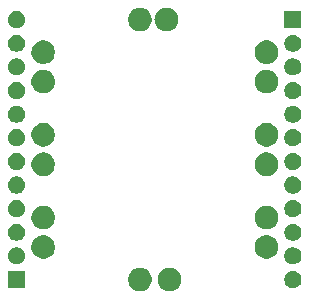
<source format=gbr>
G04 #@! TF.GenerationSoftware,KiCad,Pcbnew,5.1.5-rc1*
G04 #@! TF.CreationDate,2019-11-07T20:29:01+00:00*
G04 #@! TF.ProjectId,substrate_adapter,73756273-7472-4617-9465-5f6164617074,rev?*
G04 #@! TF.SameCoordinates,Original*
G04 #@! TF.FileFunction,Soldermask,Bot*
G04 #@! TF.FilePolarity,Negative*
%FSLAX46Y46*%
G04 Gerber Fmt 4.6, Leading zero omitted, Abs format (unit mm)*
G04 Created by KiCad (PCBNEW 5.1.5-rc1) date 2019-11-07 20:29:01*
%MOMM*%
%LPD*%
G04 APERTURE LIST*
%ADD10C,0.100000*%
G04 APERTURE END LIST*
D10*
G36*
X1541981Y-10037468D02*
G01*
X1724151Y-10112926D01*
X1888100Y-10222473D01*
X2027527Y-10361900D01*
X2137074Y-10525849D01*
X2137075Y-10525851D01*
X2212532Y-10708020D01*
X2251000Y-10901409D01*
X2251000Y-11098591D01*
X2212532Y-11291980D01*
X2141778Y-11462796D01*
X2137074Y-11474151D01*
X2027527Y-11638100D01*
X1888100Y-11777527D01*
X1724151Y-11887074D01*
X1541981Y-11962532D01*
X1445285Y-11981766D01*
X1348591Y-12001000D01*
X1151409Y-12001000D01*
X1054715Y-11981766D01*
X958019Y-11962532D01*
X775849Y-11887074D01*
X611900Y-11777527D01*
X472473Y-11638100D01*
X362926Y-11474151D01*
X358223Y-11462796D01*
X287468Y-11291980D01*
X249000Y-11098591D01*
X249000Y-10901409D01*
X287468Y-10708020D01*
X362925Y-10525851D01*
X362926Y-10525849D01*
X472473Y-10361900D01*
X611900Y-10222473D01*
X775849Y-10112926D01*
X958019Y-10037468D01*
X1151409Y-9999000D01*
X1348591Y-9999000D01*
X1541981Y-10037468D01*
G37*
G36*
X-958019Y-10037468D02*
G01*
X-775849Y-10112926D01*
X-611900Y-10222473D01*
X-472473Y-10361900D01*
X-362926Y-10525849D01*
X-362925Y-10525851D01*
X-287468Y-10708020D01*
X-249000Y-10901409D01*
X-249000Y-11098591D01*
X-287468Y-11291980D01*
X-358222Y-11462796D01*
X-362926Y-11474151D01*
X-472473Y-11638100D01*
X-611900Y-11777527D01*
X-775849Y-11887074D01*
X-958019Y-11962532D01*
X-1054715Y-11981766D01*
X-1151409Y-12001000D01*
X-1348591Y-12001000D01*
X-1445285Y-11981766D01*
X-1541981Y-11962532D01*
X-1724151Y-11887074D01*
X-1888100Y-11777527D01*
X-2027527Y-11638100D01*
X-2137074Y-11474151D01*
X-2141777Y-11462796D01*
X-2212532Y-11291980D01*
X-2251000Y-11098591D01*
X-2251000Y-10901409D01*
X-2212532Y-10708020D01*
X-2137075Y-10525851D01*
X-2137074Y-10525849D01*
X-2027527Y-10361900D01*
X-1888100Y-10222473D01*
X-1724151Y-10112926D01*
X-1541981Y-10037468D01*
X-1348591Y-9999000D01*
X-1151409Y-9999000D01*
X-958019Y-10037468D01*
G37*
G36*
X-10974000Y-11726000D02*
G01*
X-12426000Y-11726000D01*
X-12426000Y-10274000D01*
X-10974000Y-10274000D01*
X-10974000Y-11726000D01*
G37*
G36*
X11911766Y-10301899D02*
G01*
X12043888Y-10356626D01*
X12043890Y-10356627D01*
X12162798Y-10436079D01*
X12263921Y-10537202D01*
X12263922Y-10537204D01*
X12343374Y-10656112D01*
X12398101Y-10788234D01*
X12426000Y-10928494D01*
X12426000Y-11071506D01*
X12398101Y-11211766D01*
X12343374Y-11343888D01*
X12343373Y-11343890D01*
X12263921Y-11462798D01*
X12162798Y-11563921D01*
X12043890Y-11643373D01*
X12043889Y-11643374D01*
X12043888Y-11643374D01*
X11911766Y-11698101D01*
X11771506Y-11726000D01*
X11628494Y-11726000D01*
X11488234Y-11698101D01*
X11356112Y-11643374D01*
X11356111Y-11643374D01*
X11356110Y-11643373D01*
X11237202Y-11563921D01*
X11136079Y-11462798D01*
X11056627Y-11343890D01*
X11056626Y-11343888D01*
X11001899Y-11211766D01*
X10974000Y-11071506D01*
X10974000Y-10928494D01*
X11001899Y-10788234D01*
X11056626Y-10656112D01*
X11136078Y-10537204D01*
X11136079Y-10537202D01*
X11237202Y-10436079D01*
X11356110Y-10356627D01*
X11356112Y-10356626D01*
X11488234Y-10301899D01*
X11628494Y-10274000D01*
X11771506Y-10274000D01*
X11911766Y-10301899D01*
G37*
G36*
X11911766Y-8301899D02*
G01*
X12043888Y-8356626D01*
X12043890Y-8356627D01*
X12162798Y-8436079D01*
X12263921Y-8537202D01*
X12267114Y-8541981D01*
X12343374Y-8656112D01*
X12398101Y-8788234D01*
X12426000Y-8928494D01*
X12426000Y-9071506D01*
X12398101Y-9211766D01*
X12343374Y-9343888D01*
X12343373Y-9343890D01*
X12263921Y-9462798D01*
X12162798Y-9563921D01*
X12043890Y-9643373D01*
X12043889Y-9643374D01*
X12043888Y-9643374D01*
X11911766Y-9698101D01*
X11771506Y-9726000D01*
X11628494Y-9726000D01*
X11488234Y-9698101D01*
X11356112Y-9643374D01*
X11356111Y-9643374D01*
X11356110Y-9643373D01*
X11237202Y-9563921D01*
X11136079Y-9462798D01*
X11056627Y-9343890D01*
X11056626Y-9343888D01*
X11001899Y-9211766D01*
X10974000Y-9071506D01*
X10974000Y-8928494D01*
X11001899Y-8788234D01*
X11056626Y-8656112D01*
X11132886Y-8541981D01*
X11136079Y-8537202D01*
X11237202Y-8436079D01*
X11356110Y-8356627D01*
X11356112Y-8356626D01*
X11488234Y-8301899D01*
X11628494Y-8274000D01*
X11771506Y-8274000D01*
X11911766Y-8301899D01*
G37*
G36*
X-11488234Y-8301899D02*
G01*
X-11356112Y-8356626D01*
X-11356110Y-8356627D01*
X-11237202Y-8436079D01*
X-11136079Y-8537202D01*
X-11132886Y-8541981D01*
X-11056626Y-8656112D01*
X-11001899Y-8788234D01*
X-10974000Y-8928494D01*
X-10974000Y-9071506D01*
X-11001899Y-9211766D01*
X-11056626Y-9343888D01*
X-11056627Y-9343890D01*
X-11136079Y-9462798D01*
X-11237202Y-9563921D01*
X-11356110Y-9643373D01*
X-11356111Y-9643374D01*
X-11356112Y-9643374D01*
X-11488234Y-9698101D01*
X-11628494Y-9726000D01*
X-11771506Y-9726000D01*
X-11911766Y-9698101D01*
X-12043888Y-9643374D01*
X-12043889Y-9643374D01*
X-12043890Y-9643373D01*
X-12162798Y-9563921D01*
X-12263921Y-9462798D01*
X-12343373Y-9343890D01*
X-12343374Y-9343888D01*
X-12398101Y-9211766D01*
X-12426000Y-9071506D01*
X-12426000Y-8928494D01*
X-12398101Y-8788234D01*
X-12343374Y-8656112D01*
X-12267114Y-8541981D01*
X-12263921Y-8537202D01*
X-12162798Y-8436079D01*
X-12043890Y-8356627D01*
X-12043888Y-8356626D01*
X-11911766Y-8301899D01*
X-11771506Y-8274000D01*
X-11628494Y-8274000D01*
X-11488234Y-8301899D01*
G37*
G36*
X9645285Y-7268234D02*
G01*
X9741981Y-7287468D01*
X9870795Y-7340825D01*
X9878195Y-7343890D01*
X9924151Y-7362926D01*
X10088100Y-7472473D01*
X10227527Y-7611900D01*
X10303766Y-7726000D01*
X10337075Y-7775851D01*
X10412532Y-7958020D01*
X10451000Y-8151409D01*
X10451000Y-8348591D01*
X10433597Y-8436079D01*
X10412532Y-8541981D01*
X10337074Y-8724151D01*
X10227527Y-8888100D01*
X10088100Y-9027527D01*
X9924151Y-9137074D01*
X9741981Y-9212532D01*
X9548591Y-9251000D01*
X9351409Y-9251000D01*
X9158019Y-9212532D01*
X8975849Y-9137074D01*
X8811900Y-9027527D01*
X8672473Y-8888100D01*
X8562926Y-8724151D01*
X8487468Y-8541981D01*
X8466403Y-8436079D01*
X8449000Y-8348591D01*
X8449000Y-8151409D01*
X8487468Y-7958020D01*
X8562925Y-7775851D01*
X8596234Y-7726000D01*
X8672473Y-7611900D01*
X8811900Y-7472473D01*
X8975849Y-7362926D01*
X9021806Y-7343890D01*
X9029205Y-7340825D01*
X9158019Y-7287468D01*
X9254715Y-7268234D01*
X9351409Y-7249000D01*
X9548591Y-7249000D01*
X9645285Y-7268234D01*
G37*
G36*
X-9254715Y-7268234D02*
G01*
X-9158019Y-7287468D01*
X-9029205Y-7340825D01*
X-9021805Y-7343890D01*
X-8975849Y-7362926D01*
X-8811900Y-7472473D01*
X-8672473Y-7611900D01*
X-8596234Y-7726000D01*
X-8562925Y-7775851D01*
X-8487468Y-7958020D01*
X-8449000Y-8151409D01*
X-8449000Y-8348591D01*
X-8466403Y-8436079D01*
X-8487468Y-8541981D01*
X-8562926Y-8724151D01*
X-8672473Y-8888100D01*
X-8811900Y-9027527D01*
X-8975849Y-9137074D01*
X-9158019Y-9212532D01*
X-9351409Y-9251000D01*
X-9548591Y-9251000D01*
X-9741981Y-9212532D01*
X-9924151Y-9137074D01*
X-10088100Y-9027527D01*
X-10227527Y-8888100D01*
X-10337074Y-8724151D01*
X-10412532Y-8541981D01*
X-10433597Y-8436079D01*
X-10451000Y-8348591D01*
X-10451000Y-8151409D01*
X-10412532Y-7958020D01*
X-10337075Y-7775851D01*
X-10303766Y-7726000D01*
X-10227527Y-7611900D01*
X-10088100Y-7472473D01*
X-9924151Y-7362926D01*
X-9878194Y-7343890D01*
X-9870795Y-7340825D01*
X-9741981Y-7287468D01*
X-9645285Y-7268234D01*
X-9548591Y-7249000D01*
X-9351409Y-7249000D01*
X-9254715Y-7268234D01*
G37*
G36*
X11911766Y-6301899D02*
G01*
X12043888Y-6356626D01*
X12043890Y-6356627D01*
X12162798Y-6436079D01*
X12263921Y-6537202D01*
X12330654Y-6637075D01*
X12343374Y-6656112D01*
X12398101Y-6788234D01*
X12426000Y-6928494D01*
X12426000Y-7071506D01*
X12398101Y-7211766D01*
X12366744Y-7287468D01*
X12343373Y-7343890D01*
X12263921Y-7462798D01*
X12162798Y-7563921D01*
X12043890Y-7643373D01*
X12043889Y-7643374D01*
X12043888Y-7643374D01*
X11911766Y-7698101D01*
X11771506Y-7726000D01*
X11628494Y-7726000D01*
X11488234Y-7698101D01*
X11356112Y-7643374D01*
X11356111Y-7643374D01*
X11356110Y-7643373D01*
X11237202Y-7563921D01*
X11136079Y-7462798D01*
X11056627Y-7343890D01*
X11033256Y-7287468D01*
X11001899Y-7211766D01*
X10974000Y-7071506D01*
X10974000Y-6928494D01*
X11001899Y-6788234D01*
X11056626Y-6656112D01*
X11069346Y-6637075D01*
X11136079Y-6537202D01*
X11237202Y-6436079D01*
X11356110Y-6356627D01*
X11356112Y-6356626D01*
X11488234Y-6301899D01*
X11628494Y-6274000D01*
X11771506Y-6274000D01*
X11911766Y-6301899D01*
G37*
G36*
X-11488234Y-6301899D02*
G01*
X-11356112Y-6356626D01*
X-11356110Y-6356627D01*
X-11237202Y-6436079D01*
X-11136079Y-6537202D01*
X-11069346Y-6637075D01*
X-11056626Y-6656112D01*
X-11001899Y-6788234D01*
X-10974000Y-6928494D01*
X-10974000Y-7071506D01*
X-11001899Y-7211766D01*
X-11033256Y-7287468D01*
X-11056627Y-7343890D01*
X-11136079Y-7462798D01*
X-11237202Y-7563921D01*
X-11356110Y-7643373D01*
X-11356111Y-7643374D01*
X-11356112Y-7643374D01*
X-11488234Y-7698101D01*
X-11628494Y-7726000D01*
X-11771506Y-7726000D01*
X-11911766Y-7698101D01*
X-12043888Y-7643374D01*
X-12043889Y-7643374D01*
X-12043890Y-7643373D01*
X-12162798Y-7563921D01*
X-12263921Y-7462798D01*
X-12343373Y-7343890D01*
X-12366744Y-7287468D01*
X-12398101Y-7211766D01*
X-12426000Y-7071506D01*
X-12426000Y-6928494D01*
X-12398101Y-6788234D01*
X-12343374Y-6656112D01*
X-12330654Y-6637075D01*
X-12263921Y-6537202D01*
X-12162798Y-6436079D01*
X-12043890Y-6356627D01*
X-12043888Y-6356626D01*
X-11911766Y-6301899D01*
X-11771506Y-6274000D01*
X-11628494Y-6274000D01*
X-11488234Y-6301899D01*
G37*
G36*
X9741981Y-4787468D02*
G01*
X9924151Y-4862926D01*
X10088100Y-4972473D01*
X10227527Y-5111900D01*
X10337074Y-5275849D01*
X10412532Y-5458019D01*
X10431766Y-5554714D01*
X10449402Y-5643373D01*
X10451000Y-5651410D01*
X10451000Y-5848590D01*
X10412532Y-6041981D01*
X10337074Y-6224151D01*
X10227527Y-6388100D01*
X10088100Y-6527527D01*
X9924151Y-6637074D01*
X9924150Y-6637075D01*
X9924149Y-6637075D01*
X9878190Y-6656112D01*
X9741981Y-6712532D01*
X9548591Y-6751000D01*
X9351409Y-6751000D01*
X9158019Y-6712532D01*
X9021810Y-6656112D01*
X8975851Y-6637075D01*
X8975850Y-6637075D01*
X8975849Y-6637074D01*
X8811900Y-6527527D01*
X8672473Y-6388100D01*
X8562926Y-6224151D01*
X8487468Y-6041981D01*
X8449000Y-5848590D01*
X8449000Y-5651410D01*
X8450599Y-5643373D01*
X8468234Y-5554714D01*
X8487468Y-5458019D01*
X8562926Y-5275849D01*
X8672473Y-5111900D01*
X8811900Y-4972473D01*
X8975849Y-4862926D01*
X9158019Y-4787468D01*
X9351409Y-4749000D01*
X9548591Y-4749000D01*
X9741981Y-4787468D01*
G37*
G36*
X-9158019Y-4787468D02*
G01*
X-8975849Y-4862926D01*
X-8811900Y-4972473D01*
X-8672473Y-5111900D01*
X-8562926Y-5275849D01*
X-8487468Y-5458019D01*
X-8468234Y-5554714D01*
X-8450598Y-5643373D01*
X-8449000Y-5651410D01*
X-8449000Y-5848590D01*
X-8487468Y-6041981D01*
X-8562926Y-6224151D01*
X-8672473Y-6388100D01*
X-8811900Y-6527527D01*
X-8975849Y-6637074D01*
X-8975850Y-6637075D01*
X-8975851Y-6637075D01*
X-9021810Y-6656112D01*
X-9158019Y-6712532D01*
X-9351409Y-6751000D01*
X-9548591Y-6751000D01*
X-9741981Y-6712532D01*
X-9878190Y-6656112D01*
X-9924149Y-6637075D01*
X-9924150Y-6637075D01*
X-9924151Y-6637074D01*
X-10088100Y-6527527D01*
X-10227527Y-6388100D01*
X-10337074Y-6224151D01*
X-10412532Y-6041981D01*
X-10451000Y-5848590D01*
X-10451000Y-5651410D01*
X-10449401Y-5643373D01*
X-10431766Y-5554714D01*
X-10412532Y-5458019D01*
X-10337074Y-5275849D01*
X-10227527Y-5111900D01*
X-10088100Y-4972473D01*
X-9924151Y-4862926D01*
X-9741981Y-4787468D01*
X-9548591Y-4749000D01*
X-9351409Y-4749000D01*
X-9158019Y-4787468D01*
G37*
G36*
X11911766Y-4301899D02*
G01*
X12043888Y-4356626D01*
X12043890Y-4356627D01*
X12162798Y-4436079D01*
X12263921Y-4537202D01*
X12263922Y-4537204D01*
X12343374Y-4656112D01*
X12398101Y-4788234D01*
X12426000Y-4928494D01*
X12426000Y-5071506D01*
X12398101Y-5211766D01*
X12343374Y-5343888D01*
X12343373Y-5343890D01*
X12263921Y-5462798D01*
X12162798Y-5563921D01*
X12043890Y-5643373D01*
X12043889Y-5643374D01*
X12043888Y-5643374D01*
X11911766Y-5698101D01*
X11771506Y-5726000D01*
X11628494Y-5726000D01*
X11488234Y-5698101D01*
X11356112Y-5643374D01*
X11356111Y-5643374D01*
X11356110Y-5643373D01*
X11237202Y-5563921D01*
X11136079Y-5462798D01*
X11056627Y-5343890D01*
X11056626Y-5343888D01*
X11001899Y-5211766D01*
X10974000Y-5071506D01*
X10974000Y-4928494D01*
X11001899Y-4788234D01*
X11056626Y-4656112D01*
X11136078Y-4537204D01*
X11136079Y-4537202D01*
X11237202Y-4436079D01*
X11356110Y-4356627D01*
X11356112Y-4356626D01*
X11488234Y-4301899D01*
X11628494Y-4274000D01*
X11771506Y-4274000D01*
X11911766Y-4301899D01*
G37*
G36*
X-11488234Y-4301899D02*
G01*
X-11356112Y-4356626D01*
X-11356110Y-4356627D01*
X-11237202Y-4436079D01*
X-11136079Y-4537202D01*
X-11136078Y-4537204D01*
X-11056626Y-4656112D01*
X-11001899Y-4788234D01*
X-10974000Y-4928494D01*
X-10974000Y-5071506D01*
X-11001899Y-5211766D01*
X-11056626Y-5343888D01*
X-11056627Y-5343890D01*
X-11136079Y-5462798D01*
X-11237202Y-5563921D01*
X-11356110Y-5643373D01*
X-11356111Y-5643374D01*
X-11356112Y-5643374D01*
X-11488234Y-5698101D01*
X-11628494Y-5726000D01*
X-11771506Y-5726000D01*
X-11911766Y-5698101D01*
X-12043888Y-5643374D01*
X-12043889Y-5643374D01*
X-12043890Y-5643373D01*
X-12162798Y-5563921D01*
X-12263921Y-5462798D01*
X-12343373Y-5343890D01*
X-12343374Y-5343888D01*
X-12398101Y-5211766D01*
X-12426000Y-5071506D01*
X-12426000Y-4928494D01*
X-12398101Y-4788234D01*
X-12343374Y-4656112D01*
X-12263922Y-4537204D01*
X-12263921Y-4537202D01*
X-12162798Y-4436079D01*
X-12043890Y-4356627D01*
X-12043888Y-4356626D01*
X-11911766Y-4301899D01*
X-11771506Y-4274000D01*
X-11628494Y-4274000D01*
X-11488234Y-4301899D01*
G37*
G36*
X-11488234Y-2301899D02*
G01*
X-11356112Y-2356626D01*
X-11356110Y-2356627D01*
X-11237202Y-2436079D01*
X-11136079Y-2537202D01*
X-11136078Y-2537204D01*
X-11056626Y-2656112D01*
X-11001899Y-2788234D01*
X-10974000Y-2928494D01*
X-10974000Y-3071506D01*
X-11001899Y-3211766D01*
X-11056626Y-3343888D01*
X-11056627Y-3343890D01*
X-11136079Y-3462798D01*
X-11237202Y-3563921D01*
X-11356110Y-3643373D01*
X-11356111Y-3643374D01*
X-11356112Y-3643374D01*
X-11488234Y-3698101D01*
X-11628494Y-3726000D01*
X-11771506Y-3726000D01*
X-11911766Y-3698101D01*
X-12043888Y-3643374D01*
X-12043889Y-3643374D01*
X-12043890Y-3643373D01*
X-12162798Y-3563921D01*
X-12263921Y-3462798D01*
X-12343373Y-3343890D01*
X-12343374Y-3343888D01*
X-12398101Y-3211766D01*
X-12426000Y-3071506D01*
X-12426000Y-2928494D01*
X-12398101Y-2788234D01*
X-12343374Y-2656112D01*
X-12263922Y-2537204D01*
X-12263921Y-2537202D01*
X-12162798Y-2436079D01*
X-12043890Y-2356627D01*
X-12043888Y-2356626D01*
X-11911766Y-2301899D01*
X-11771506Y-2274000D01*
X-11628494Y-2274000D01*
X-11488234Y-2301899D01*
G37*
G36*
X11911766Y-2301899D02*
G01*
X12043888Y-2356626D01*
X12043890Y-2356627D01*
X12162798Y-2436079D01*
X12263921Y-2537202D01*
X12263922Y-2537204D01*
X12343374Y-2656112D01*
X12398101Y-2788234D01*
X12426000Y-2928494D01*
X12426000Y-3071506D01*
X12398101Y-3211766D01*
X12343374Y-3343888D01*
X12343373Y-3343890D01*
X12263921Y-3462798D01*
X12162798Y-3563921D01*
X12043890Y-3643373D01*
X12043889Y-3643374D01*
X12043888Y-3643374D01*
X11911766Y-3698101D01*
X11771506Y-3726000D01*
X11628494Y-3726000D01*
X11488234Y-3698101D01*
X11356112Y-3643374D01*
X11356111Y-3643374D01*
X11356110Y-3643373D01*
X11237202Y-3563921D01*
X11136079Y-3462798D01*
X11056627Y-3343890D01*
X11056626Y-3343888D01*
X11001899Y-3211766D01*
X10974000Y-3071506D01*
X10974000Y-2928494D01*
X11001899Y-2788234D01*
X11056626Y-2656112D01*
X11136078Y-2537204D01*
X11136079Y-2537202D01*
X11237202Y-2436079D01*
X11356110Y-2356627D01*
X11356112Y-2356626D01*
X11488234Y-2301899D01*
X11628494Y-2274000D01*
X11771506Y-2274000D01*
X11911766Y-2301899D01*
G37*
G36*
X9645285Y-268234D02*
G01*
X9741981Y-287468D01*
X9924151Y-362926D01*
X10088100Y-472473D01*
X10227527Y-611900D01*
X10337074Y-775849D01*
X10412532Y-958019D01*
X10451000Y-1151410D01*
X10451000Y-1348590D01*
X10412532Y-1541981D01*
X10337074Y-1724151D01*
X10227527Y-1888100D01*
X10088100Y-2027527D01*
X9924151Y-2137074D01*
X9741981Y-2212532D01*
X9645285Y-2231766D01*
X9548591Y-2251000D01*
X9351409Y-2251000D01*
X9254715Y-2231766D01*
X9158019Y-2212532D01*
X8975849Y-2137074D01*
X8811900Y-2027527D01*
X8672473Y-1888100D01*
X8562926Y-1724151D01*
X8487468Y-1541981D01*
X8449000Y-1348590D01*
X8449000Y-1151410D01*
X8487468Y-958019D01*
X8562926Y-775849D01*
X8672473Y-611900D01*
X8811900Y-472473D01*
X8975849Y-362926D01*
X9158019Y-287468D01*
X9351409Y-249000D01*
X9548591Y-249000D01*
X9645285Y-268234D01*
G37*
G36*
X-9158019Y-287468D02*
G01*
X-8975849Y-362926D01*
X-8811900Y-472473D01*
X-8672473Y-611900D01*
X-8562926Y-775849D01*
X-8487468Y-958019D01*
X-8449000Y-1151410D01*
X-8449000Y-1348590D01*
X-8487468Y-1541981D01*
X-8562926Y-1724151D01*
X-8672473Y-1888100D01*
X-8811900Y-2027527D01*
X-8975849Y-2137074D01*
X-9158019Y-2212532D01*
X-9254715Y-2231766D01*
X-9351409Y-2251000D01*
X-9548591Y-2251000D01*
X-9645285Y-2231766D01*
X-9741981Y-2212532D01*
X-9924151Y-2137074D01*
X-10088100Y-2027527D01*
X-10227527Y-1888100D01*
X-10337074Y-1724151D01*
X-10412532Y-1541981D01*
X-10451000Y-1348590D01*
X-10451000Y-1151410D01*
X-10412532Y-958019D01*
X-10337074Y-775849D01*
X-10227527Y-611900D01*
X-10088100Y-472473D01*
X-9924151Y-362926D01*
X-9741981Y-287468D01*
X-9645285Y-268234D01*
X-9548591Y-249000D01*
X-9351409Y-249000D01*
X-9158019Y-287468D01*
G37*
G36*
X11911766Y-301899D02*
G01*
X12043888Y-356626D01*
X12043890Y-356627D01*
X12162798Y-436079D01*
X12263921Y-537202D01*
X12313833Y-611901D01*
X12343374Y-656112D01*
X12398101Y-788234D01*
X12426000Y-928494D01*
X12426000Y-1071506D01*
X12398101Y-1211766D01*
X12343374Y-1343888D01*
X12343373Y-1343890D01*
X12263921Y-1462798D01*
X12162798Y-1563921D01*
X12043890Y-1643373D01*
X12043889Y-1643374D01*
X12043888Y-1643374D01*
X11911766Y-1698101D01*
X11771506Y-1726000D01*
X11628494Y-1726000D01*
X11488234Y-1698101D01*
X11356112Y-1643374D01*
X11356111Y-1643374D01*
X11356110Y-1643373D01*
X11237202Y-1563921D01*
X11136079Y-1462798D01*
X11056627Y-1343890D01*
X11056626Y-1343888D01*
X11001899Y-1211766D01*
X10974000Y-1071506D01*
X10974000Y-928494D01*
X11001899Y-788234D01*
X11056626Y-656112D01*
X11086167Y-611901D01*
X11136079Y-537202D01*
X11237202Y-436079D01*
X11356110Y-356627D01*
X11356112Y-356626D01*
X11488234Y-301899D01*
X11628494Y-274000D01*
X11771506Y-274000D01*
X11911766Y-301899D01*
G37*
G36*
X-11488234Y-301899D02*
G01*
X-11356112Y-356626D01*
X-11356110Y-356627D01*
X-11237202Y-436079D01*
X-11136079Y-537202D01*
X-11086167Y-611901D01*
X-11056626Y-656112D01*
X-11001899Y-788234D01*
X-10974000Y-928494D01*
X-10974000Y-1071506D01*
X-11001899Y-1211766D01*
X-11056626Y-1343888D01*
X-11056627Y-1343890D01*
X-11136079Y-1462798D01*
X-11237202Y-1563921D01*
X-11356110Y-1643373D01*
X-11356111Y-1643374D01*
X-11356112Y-1643374D01*
X-11488234Y-1698101D01*
X-11628494Y-1726000D01*
X-11771506Y-1726000D01*
X-11911766Y-1698101D01*
X-12043888Y-1643374D01*
X-12043889Y-1643374D01*
X-12043890Y-1643373D01*
X-12162798Y-1563921D01*
X-12263921Y-1462798D01*
X-12343373Y-1343890D01*
X-12343374Y-1343888D01*
X-12398101Y-1211766D01*
X-12426000Y-1071506D01*
X-12426000Y-928494D01*
X-12398101Y-788234D01*
X-12343374Y-656112D01*
X-12313833Y-611901D01*
X-12263921Y-537202D01*
X-12162798Y-436079D01*
X-12043890Y-356627D01*
X-12043888Y-356626D01*
X-11911766Y-301899D01*
X-11771506Y-274000D01*
X-11628494Y-274000D01*
X-11488234Y-301899D01*
G37*
G36*
X-9254715Y2231766D02*
G01*
X-9158019Y2212532D01*
X-8975849Y2137074D01*
X-8811900Y2027527D01*
X-8672473Y1888100D01*
X-8562926Y1724151D01*
X-8487468Y1541981D01*
X-8449000Y1348590D01*
X-8449000Y1151410D01*
X-8487468Y958019D01*
X-8562926Y775849D01*
X-8672473Y611900D01*
X-8811900Y472473D01*
X-8975849Y362926D01*
X-9158019Y287468D01*
X-9225727Y274000D01*
X-9351409Y249000D01*
X-9548591Y249000D01*
X-9674273Y274000D01*
X-9741981Y287468D01*
X-9924151Y362926D01*
X-10088100Y472473D01*
X-10227527Y611900D01*
X-10337074Y775849D01*
X-10412532Y958019D01*
X-10451000Y1151410D01*
X-10451000Y1348590D01*
X-10412532Y1541981D01*
X-10337074Y1724151D01*
X-10227527Y1888100D01*
X-10088100Y2027527D01*
X-9924151Y2137074D01*
X-9741981Y2212532D01*
X-9645285Y2231766D01*
X-9548591Y2251000D01*
X-9351409Y2251000D01*
X-9254715Y2231766D01*
G37*
G36*
X9645285Y2231766D02*
G01*
X9741981Y2212532D01*
X9924151Y2137074D01*
X10088100Y2027527D01*
X10227527Y1888100D01*
X10337074Y1724151D01*
X10412532Y1541981D01*
X10451000Y1348590D01*
X10451000Y1151410D01*
X10412532Y958019D01*
X10337074Y775849D01*
X10227527Y611900D01*
X10088100Y472473D01*
X9924151Y362926D01*
X9741981Y287468D01*
X9674273Y274000D01*
X9548591Y249000D01*
X9351409Y249000D01*
X9225727Y274000D01*
X9158019Y287468D01*
X8975849Y362926D01*
X8811900Y472473D01*
X8672473Y611900D01*
X8562926Y775849D01*
X8487468Y958019D01*
X8449000Y1151410D01*
X8449000Y1348590D01*
X8487468Y1541981D01*
X8562926Y1724151D01*
X8672473Y1888100D01*
X8811900Y2027527D01*
X8975849Y2137074D01*
X9158019Y2212532D01*
X9254715Y2231766D01*
X9351409Y2251000D01*
X9548591Y2251000D01*
X9645285Y2231766D01*
G37*
G36*
X11911766Y1698101D02*
G01*
X12043888Y1643374D01*
X12043890Y1643373D01*
X12162798Y1563921D01*
X12263921Y1462798D01*
X12343373Y1343890D01*
X12343374Y1343888D01*
X12398101Y1211766D01*
X12426000Y1071506D01*
X12426000Y928494D01*
X12398101Y788234D01*
X12343374Y656112D01*
X12343373Y656110D01*
X12263921Y537202D01*
X12162798Y436079D01*
X12043890Y356627D01*
X12043889Y356626D01*
X12043888Y356626D01*
X11911766Y301899D01*
X11771506Y274000D01*
X11628494Y274000D01*
X11488234Y301899D01*
X11356112Y356626D01*
X11356111Y356626D01*
X11356110Y356627D01*
X11237202Y436079D01*
X11136079Y537202D01*
X11056627Y656110D01*
X11056626Y656112D01*
X11001899Y788234D01*
X10974000Y928494D01*
X10974000Y1071506D01*
X11001899Y1211766D01*
X11056626Y1343888D01*
X11056627Y1343890D01*
X11136079Y1462798D01*
X11237202Y1563921D01*
X11356110Y1643373D01*
X11356112Y1643374D01*
X11488234Y1698101D01*
X11628494Y1726000D01*
X11771506Y1726000D01*
X11911766Y1698101D01*
G37*
G36*
X-11488234Y1698101D02*
G01*
X-11356112Y1643374D01*
X-11356110Y1643373D01*
X-11237202Y1563921D01*
X-11136079Y1462798D01*
X-11056627Y1343890D01*
X-11056626Y1343888D01*
X-11001899Y1211766D01*
X-10974000Y1071506D01*
X-10974000Y928494D01*
X-11001899Y788234D01*
X-11056626Y656112D01*
X-11056627Y656110D01*
X-11136079Y537202D01*
X-11237202Y436079D01*
X-11356110Y356627D01*
X-11356111Y356626D01*
X-11356112Y356626D01*
X-11488234Y301899D01*
X-11628494Y274000D01*
X-11771506Y274000D01*
X-11911766Y301899D01*
X-12043888Y356626D01*
X-12043889Y356626D01*
X-12043890Y356627D01*
X-12162798Y436079D01*
X-12263921Y537202D01*
X-12343373Y656110D01*
X-12343374Y656112D01*
X-12398101Y788234D01*
X-12426000Y928494D01*
X-12426000Y1071506D01*
X-12398101Y1211766D01*
X-12343374Y1343888D01*
X-12343373Y1343890D01*
X-12263921Y1462798D01*
X-12162798Y1563921D01*
X-12043890Y1643373D01*
X-12043888Y1643374D01*
X-11911766Y1698101D01*
X-11771506Y1726000D01*
X-11628494Y1726000D01*
X-11488234Y1698101D01*
G37*
G36*
X11911766Y3698101D02*
G01*
X12043888Y3643374D01*
X12043890Y3643373D01*
X12162798Y3563921D01*
X12263921Y3462798D01*
X12263922Y3462796D01*
X12343374Y3343888D01*
X12398101Y3211766D01*
X12426000Y3071506D01*
X12426000Y2928494D01*
X12398101Y2788234D01*
X12343374Y2656112D01*
X12343373Y2656110D01*
X12263921Y2537202D01*
X12162798Y2436079D01*
X12043890Y2356627D01*
X12043889Y2356626D01*
X12043888Y2356626D01*
X11911766Y2301899D01*
X11771506Y2274000D01*
X11628494Y2274000D01*
X11488234Y2301899D01*
X11356112Y2356626D01*
X11356111Y2356626D01*
X11356110Y2356627D01*
X11237202Y2436079D01*
X11136079Y2537202D01*
X11056627Y2656110D01*
X11056626Y2656112D01*
X11001899Y2788234D01*
X10974000Y2928494D01*
X10974000Y3071506D01*
X11001899Y3211766D01*
X11056626Y3343888D01*
X11136078Y3462796D01*
X11136079Y3462798D01*
X11237202Y3563921D01*
X11356110Y3643373D01*
X11356112Y3643374D01*
X11488234Y3698101D01*
X11628494Y3726000D01*
X11771506Y3726000D01*
X11911766Y3698101D01*
G37*
G36*
X-11488234Y3698101D02*
G01*
X-11356112Y3643374D01*
X-11356110Y3643373D01*
X-11237202Y3563921D01*
X-11136079Y3462798D01*
X-11136078Y3462796D01*
X-11056626Y3343888D01*
X-11001899Y3211766D01*
X-10974000Y3071506D01*
X-10974000Y2928494D01*
X-11001899Y2788234D01*
X-11056626Y2656112D01*
X-11056627Y2656110D01*
X-11136079Y2537202D01*
X-11237202Y2436079D01*
X-11356110Y2356627D01*
X-11356111Y2356626D01*
X-11356112Y2356626D01*
X-11488234Y2301899D01*
X-11628494Y2274000D01*
X-11771506Y2274000D01*
X-11911766Y2301899D01*
X-12043888Y2356626D01*
X-12043889Y2356626D01*
X-12043890Y2356627D01*
X-12162798Y2436079D01*
X-12263921Y2537202D01*
X-12343373Y2656110D01*
X-12343374Y2656112D01*
X-12398101Y2788234D01*
X-12426000Y2928494D01*
X-12426000Y3071506D01*
X-12398101Y3211766D01*
X-12343374Y3343888D01*
X-12263922Y3462796D01*
X-12263921Y3462798D01*
X-12162798Y3563921D01*
X-12043890Y3643373D01*
X-12043888Y3643374D01*
X-11911766Y3698101D01*
X-11771506Y3726000D01*
X-11628494Y3726000D01*
X-11488234Y3698101D01*
G37*
G36*
X11911766Y5698101D02*
G01*
X12043888Y5643374D01*
X12043890Y5643373D01*
X12162798Y5563921D01*
X12263921Y5462798D01*
X12267114Y5458019D01*
X12343374Y5343888D01*
X12398101Y5211766D01*
X12426000Y5071506D01*
X12426000Y4928494D01*
X12398101Y4788234D01*
X12343374Y4656112D01*
X12343373Y4656110D01*
X12263921Y4537202D01*
X12162798Y4436079D01*
X12043890Y4356627D01*
X12043889Y4356626D01*
X12043888Y4356626D01*
X11911766Y4301899D01*
X11771506Y4274000D01*
X11628494Y4274000D01*
X11488234Y4301899D01*
X11356112Y4356626D01*
X11356111Y4356626D01*
X11356110Y4356627D01*
X11237202Y4436079D01*
X11136079Y4537202D01*
X11056627Y4656110D01*
X11056626Y4656112D01*
X11001899Y4788234D01*
X10974000Y4928494D01*
X10974000Y5071506D01*
X11001899Y5211766D01*
X11056626Y5343888D01*
X11132886Y5458019D01*
X11136079Y5462798D01*
X11237202Y5563921D01*
X11356110Y5643373D01*
X11356112Y5643374D01*
X11488234Y5698101D01*
X11628494Y5726000D01*
X11771506Y5726000D01*
X11911766Y5698101D01*
G37*
G36*
X-11488234Y5698101D02*
G01*
X-11356112Y5643374D01*
X-11356110Y5643373D01*
X-11237202Y5563921D01*
X-11136079Y5462798D01*
X-11132886Y5458019D01*
X-11056626Y5343888D01*
X-11001899Y5211766D01*
X-10974000Y5071506D01*
X-10974000Y4928494D01*
X-11001899Y4788234D01*
X-11056626Y4656112D01*
X-11056627Y4656110D01*
X-11136079Y4537202D01*
X-11237202Y4436079D01*
X-11356110Y4356627D01*
X-11356111Y4356626D01*
X-11356112Y4356626D01*
X-11488234Y4301899D01*
X-11628494Y4274000D01*
X-11771506Y4274000D01*
X-11911766Y4301899D01*
X-12043888Y4356626D01*
X-12043889Y4356626D01*
X-12043890Y4356627D01*
X-12162798Y4436079D01*
X-12263921Y4537202D01*
X-12343373Y4656110D01*
X-12343374Y4656112D01*
X-12398101Y4788234D01*
X-12426000Y4928494D01*
X-12426000Y5071506D01*
X-12398101Y5211766D01*
X-12343374Y5343888D01*
X-12267114Y5458019D01*
X-12263921Y5462798D01*
X-12162798Y5563921D01*
X-12043890Y5643373D01*
X-12043888Y5643374D01*
X-11911766Y5698101D01*
X-11771506Y5726000D01*
X-11628494Y5726000D01*
X-11488234Y5698101D01*
G37*
G36*
X9741981Y6712532D02*
G01*
X9870795Y6659175D01*
X9878195Y6656110D01*
X9924151Y6637074D01*
X10088100Y6527527D01*
X10227527Y6388100D01*
X10303766Y6274000D01*
X10337075Y6224149D01*
X10412532Y6041980D01*
X10451000Y5848591D01*
X10451000Y5651409D01*
X10433597Y5563921D01*
X10412532Y5458019D01*
X10337074Y5275849D01*
X10227527Y5111900D01*
X10088100Y4972473D01*
X9924151Y4862926D01*
X9741981Y4787468D01*
X9548591Y4749000D01*
X9351409Y4749000D01*
X9158019Y4787468D01*
X8975849Y4862926D01*
X8811900Y4972473D01*
X8672473Y5111900D01*
X8562926Y5275849D01*
X8487468Y5458019D01*
X8466403Y5563921D01*
X8449000Y5651409D01*
X8449000Y5848591D01*
X8487468Y6041980D01*
X8562925Y6224149D01*
X8596234Y6274000D01*
X8672473Y6388100D01*
X8811900Y6527527D01*
X8975849Y6637074D01*
X9021806Y6656110D01*
X9029205Y6659175D01*
X9158019Y6712532D01*
X9351409Y6751000D01*
X9548591Y6751000D01*
X9741981Y6712532D01*
G37*
G36*
X-9158019Y6712532D02*
G01*
X-9029205Y6659175D01*
X-9021805Y6656110D01*
X-8975849Y6637074D01*
X-8811900Y6527527D01*
X-8672473Y6388100D01*
X-8596234Y6274000D01*
X-8562925Y6224149D01*
X-8487468Y6041980D01*
X-8449000Y5848591D01*
X-8449000Y5651409D01*
X-8466403Y5563921D01*
X-8487468Y5458019D01*
X-8562926Y5275849D01*
X-8672473Y5111900D01*
X-8811900Y4972473D01*
X-8975849Y4862926D01*
X-9158019Y4787468D01*
X-9351409Y4749000D01*
X-9548591Y4749000D01*
X-9741981Y4787468D01*
X-9924151Y4862926D01*
X-10088100Y4972473D01*
X-10227527Y5111900D01*
X-10337074Y5275849D01*
X-10412532Y5458019D01*
X-10433597Y5563921D01*
X-10451000Y5651409D01*
X-10451000Y5848591D01*
X-10412532Y6041980D01*
X-10337075Y6224149D01*
X-10303766Y6274000D01*
X-10227527Y6388100D01*
X-10088100Y6527527D01*
X-9924151Y6637074D01*
X-9878194Y6656110D01*
X-9870795Y6659175D01*
X-9741981Y6712532D01*
X-9548591Y6751000D01*
X-9351409Y6751000D01*
X-9158019Y6712532D01*
G37*
G36*
X-11488234Y7698101D02*
G01*
X-11356112Y7643374D01*
X-11356110Y7643373D01*
X-11237202Y7563921D01*
X-11136079Y7462798D01*
X-11069346Y7362925D01*
X-11056626Y7343888D01*
X-11001899Y7211766D01*
X-10974000Y7071506D01*
X-10974000Y6928494D01*
X-11001899Y6788234D01*
X-11033256Y6712532D01*
X-11056627Y6656110D01*
X-11136079Y6537202D01*
X-11237202Y6436079D01*
X-11356110Y6356627D01*
X-11356111Y6356626D01*
X-11356112Y6356626D01*
X-11488234Y6301899D01*
X-11628494Y6274000D01*
X-11771506Y6274000D01*
X-11911766Y6301899D01*
X-12043888Y6356626D01*
X-12043889Y6356626D01*
X-12043890Y6356627D01*
X-12162798Y6436079D01*
X-12263921Y6537202D01*
X-12343373Y6656110D01*
X-12366744Y6712532D01*
X-12398101Y6788234D01*
X-12426000Y6928494D01*
X-12426000Y7071506D01*
X-12398101Y7211766D01*
X-12343374Y7343888D01*
X-12330654Y7362925D01*
X-12263921Y7462798D01*
X-12162798Y7563921D01*
X-12043890Y7643373D01*
X-12043888Y7643374D01*
X-11911766Y7698101D01*
X-11771506Y7726000D01*
X-11628494Y7726000D01*
X-11488234Y7698101D01*
G37*
G36*
X11911766Y7698101D02*
G01*
X12043888Y7643374D01*
X12043890Y7643373D01*
X12162798Y7563921D01*
X12263921Y7462798D01*
X12330654Y7362925D01*
X12343374Y7343888D01*
X12398101Y7211766D01*
X12426000Y7071506D01*
X12426000Y6928494D01*
X12398101Y6788234D01*
X12366744Y6712532D01*
X12343373Y6656110D01*
X12263921Y6537202D01*
X12162798Y6436079D01*
X12043890Y6356627D01*
X12043889Y6356626D01*
X12043888Y6356626D01*
X11911766Y6301899D01*
X11771506Y6274000D01*
X11628494Y6274000D01*
X11488234Y6301899D01*
X11356112Y6356626D01*
X11356111Y6356626D01*
X11356110Y6356627D01*
X11237202Y6436079D01*
X11136079Y6537202D01*
X11056627Y6656110D01*
X11033256Y6712532D01*
X11001899Y6788234D01*
X10974000Y6928494D01*
X10974000Y7071506D01*
X11001899Y7211766D01*
X11056626Y7343888D01*
X11069346Y7362925D01*
X11136079Y7462798D01*
X11237202Y7563921D01*
X11356110Y7643373D01*
X11356112Y7643374D01*
X11488234Y7698101D01*
X11628494Y7726000D01*
X11771506Y7726000D01*
X11911766Y7698101D01*
G37*
G36*
X9741981Y9212532D02*
G01*
X9924151Y9137074D01*
X10088100Y9027527D01*
X10227527Y8888100D01*
X10337074Y8724151D01*
X10412532Y8541981D01*
X10431766Y8445286D01*
X10449402Y8356627D01*
X10451000Y8348590D01*
X10451000Y8151410D01*
X10412532Y7958019D01*
X10337074Y7775849D01*
X10227527Y7611900D01*
X10088100Y7472473D01*
X9924151Y7362926D01*
X9924150Y7362925D01*
X9924149Y7362925D01*
X9878190Y7343888D01*
X9741981Y7287468D01*
X9645285Y7268234D01*
X9548591Y7249000D01*
X9351409Y7249000D01*
X9254715Y7268234D01*
X9158019Y7287468D01*
X9021810Y7343888D01*
X8975851Y7362925D01*
X8975850Y7362925D01*
X8975849Y7362926D01*
X8811900Y7472473D01*
X8672473Y7611900D01*
X8562926Y7775849D01*
X8487468Y7958019D01*
X8449000Y8151410D01*
X8449000Y8348590D01*
X8450599Y8356627D01*
X8468234Y8445285D01*
X8487468Y8541981D01*
X8562926Y8724151D01*
X8672473Y8888100D01*
X8811900Y9027527D01*
X8975849Y9137074D01*
X9158019Y9212532D01*
X9351409Y9251000D01*
X9548591Y9251000D01*
X9741981Y9212532D01*
G37*
G36*
X-9158019Y9212532D02*
G01*
X-8975849Y9137074D01*
X-8811900Y9027527D01*
X-8672473Y8888100D01*
X-8562926Y8724151D01*
X-8487468Y8541981D01*
X-8468234Y8445285D01*
X-8450598Y8356627D01*
X-8449000Y8348590D01*
X-8449000Y8151410D01*
X-8487468Y7958019D01*
X-8562926Y7775849D01*
X-8672473Y7611900D01*
X-8811900Y7472473D01*
X-8975849Y7362926D01*
X-8975850Y7362925D01*
X-8975851Y7362925D01*
X-9021810Y7343888D01*
X-9158019Y7287468D01*
X-9254715Y7268234D01*
X-9351409Y7249000D01*
X-9548591Y7249000D01*
X-9645285Y7268234D01*
X-9741981Y7287468D01*
X-9878190Y7343888D01*
X-9924149Y7362925D01*
X-9924150Y7362925D01*
X-9924151Y7362926D01*
X-10088100Y7472473D01*
X-10227527Y7611900D01*
X-10337074Y7775849D01*
X-10412532Y7958019D01*
X-10451000Y8151410D01*
X-10451000Y8348590D01*
X-10449401Y8356627D01*
X-10431766Y8445286D01*
X-10412532Y8541981D01*
X-10337074Y8724151D01*
X-10227527Y8888100D01*
X-10088100Y9027527D01*
X-9924151Y9137074D01*
X-9741981Y9212532D01*
X-9548591Y9251000D01*
X-9351409Y9251000D01*
X-9158019Y9212532D01*
G37*
G36*
X11911766Y9698101D02*
G01*
X12043888Y9643374D01*
X12043890Y9643373D01*
X12162798Y9563921D01*
X12263921Y9462798D01*
X12263922Y9462796D01*
X12343374Y9343888D01*
X12398101Y9211766D01*
X12426000Y9071506D01*
X12426000Y8928494D01*
X12398101Y8788234D01*
X12343374Y8656112D01*
X12343373Y8656110D01*
X12263921Y8537202D01*
X12162798Y8436079D01*
X12043890Y8356627D01*
X12043889Y8356626D01*
X12043888Y8356626D01*
X11911766Y8301899D01*
X11771506Y8274000D01*
X11628494Y8274000D01*
X11488234Y8301899D01*
X11356112Y8356626D01*
X11356111Y8356626D01*
X11356110Y8356627D01*
X11237202Y8436079D01*
X11136079Y8537202D01*
X11056627Y8656110D01*
X11056626Y8656112D01*
X11001899Y8788234D01*
X10974000Y8928494D01*
X10974000Y9071506D01*
X11001899Y9211766D01*
X11056626Y9343888D01*
X11136078Y9462796D01*
X11136079Y9462798D01*
X11237202Y9563921D01*
X11356110Y9643373D01*
X11356112Y9643374D01*
X11488234Y9698101D01*
X11628494Y9726000D01*
X11771506Y9726000D01*
X11911766Y9698101D01*
G37*
G36*
X-11488234Y9698101D02*
G01*
X-11356112Y9643374D01*
X-11356110Y9643373D01*
X-11237202Y9563921D01*
X-11136079Y9462798D01*
X-11136078Y9462796D01*
X-11056626Y9343888D01*
X-11001899Y9211766D01*
X-10974000Y9071506D01*
X-10974000Y8928494D01*
X-11001899Y8788234D01*
X-11056626Y8656112D01*
X-11056627Y8656110D01*
X-11136079Y8537202D01*
X-11237202Y8436079D01*
X-11356110Y8356627D01*
X-11356111Y8356626D01*
X-11356112Y8356626D01*
X-11488234Y8301899D01*
X-11628494Y8274000D01*
X-11771506Y8274000D01*
X-11911766Y8301899D01*
X-12043888Y8356626D01*
X-12043889Y8356626D01*
X-12043890Y8356627D01*
X-12162798Y8436079D01*
X-12263921Y8537202D01*
X-12343373Y8656110D01*
X-12343374Y8656112D01*
X-12398101Y8788234D01*
X-12426000Y8928494D01*
X-12426000Y9071506D01*
X-12398101Y9211766D01*
X-12343374Y9343888D01*
X-12263922Y9462796D01*
X-12263921Y9462798D01*
X-12162798Y9563921D01*
X-12043890Y9643373D01*
X-12043888Y9643374D01*
X-11911766Y9698101D01*
X-11771506Y9726000D01*
X-11628494Y9726000D01*
X-11488234Y9698101D01*
G37*
G36*
X-1054715Y11981766D02*
G01*
X-958019Y11962532D01*
X-775849Y11887074D01*
X-611900Y11777527D01*
X-472473Y11638100D01*
X-362926Y11474151D01*
X-362925Y11474149D01*
X-287468Y11291980D01*
X-247597Y11091537D01*
X-240484Y11068088D01*
X-228933Y11046477D01*
X-213388Y11027535D01*
X-194446Y11011990D01*
X-172835Y11000439D01*
X-171388Y11000000D01*
X-172835Y10999561D01*
X-194446Y10988010D01*
X-213388Y10972465D01*
X-228933Y10953523D01*
X-240484Y10931912D01*
X-247597Y10908463D01*
X-287468Y10708020D01*
X-358222Y10537204D01*
X-362926Y10525849D01*
X-472473Y10361900D01*
X-611900Y10222473D01*
X-775849Y10112926D01*
X-958019Y10037468D01*
X-1151409Y9999000D01*
X-1348591Y9999000D01*
X-1541981Y10037468D01*
X-1724151Y10112926D01*
X-1888100Y10222473D01*
X-2027527Y10361900D01*
X-2137074Y10525849D01*
X-2141777Y10537204D01*
X-2212532Y10708020D01*
X-2251000Y10901409D01*
X-2251000Y11098591D01*
X-2212532Y11291980D01*
X-2137075Y11474149D01*
X-2137074Y11474151D01*
X-2027527Y11638100D01*
X-1888100Y11777527D01*
X-1724151Y11887074D01*
X-1541981Y11962532D01*
X-1445285Y11981766D01*
X-1348591Y12001000D01*
X-1151409Y12001000D01*
X-1054715Y11981766D01*
G37*
G36*
X1195285Y11981766D02*
G01*
X1291981Y11962532D01*
X1474151Y11887074D01*
X1638100Y11777527D01*
X1777527Y11638100D01*
X1887074Y11474151D01*
X1887075Y11474149D01*
X1962532Y11291980D01*
X2001000Y11098591D01*
X2001000Y10901409D01*
X1962532Y10708020D01*
X1891778Y10537204D01*
X1887074Y10525849D01*
X1777527Y10361900D01*
X1638100Y10222473D01*
X1474151Y10112926D01*
X1291981Y10037468D01*
X1098591Y9999000D01*
X901409Y9999000D01*
X708019Y10037468D01*
X525849Y10112926D01*
X361900Y10222473D01*
X222473Y10361900D01*
X112926Y10525849D01*
X108223Y10537204D01*
X37468Y10708020D01*
X-2403Y10908463D01*
X-9516Y10931912D01*
X-21067Y10953523D01*
X-36612Y10972465D01*
X-55554Y10988010D01*
X-77165Y10999561D01*
X-78612Y11000000D01*
X-77165Y11000439D01*
X-55554Y11011990D01*
X-36612Y11027535D01*
X-21067Y11046477D01*
X-9516Y11068088D01*
X-2403Y11091537D01*
X37468Y11291980D01*
X112925Y11474149D01*
X112926Y11474151D01*
X222473Y11638100D01*
X361900Y11777527D01*
X525849Y11887074D01*
X708019Y11962532D01*
X804715Y11981766D01*
X901409Y12001000D01*
X1098591Y12001000D01*
X1195285Y11981766D01*
G37*
G36*
X-11488234Y11698101D02*
G01*
X-11356112Y11643374D01*
X-11356110Y11643373D01*
X-11237202Y11563921D01*
X-11136079Y11462798D01*
X-11136078Y11462796D01*
X-11056626Y11343888D01*
X-11001899Y11211766D01*
X-10974000Y11071506D01*
X-10974000Y10928494D01*
X-11001899Y10788234D01*
X-11056626Y10656112D01*
X-11056627Y10656110D01*
X-11136079Y10537202D01*
X-11237202Y10436079D01*
X-11356110Y10356627D01*
X-11356111Y10356626D01*
X-11356112Y10356626D01*
X-11488234Y10301899D01*
X-11628494Y10274000D01*
X-11771506Y10274000D01*
X-11911766Y10301899D01*
X-12043888Y10356626D01*
X-12043889Y10356626D01*
X-12043890Y10356627D01*
X-12162798Y10436079D01*
X-12263921Y10537202D01*
X-12343373Y10656110D01*
X-12343374Y10656112D01*
X-12398101Y10788234D01*
X-12426000Y10928494D01*
X-12426000Y11071506D01*
X-12398101Y11211766D01*
X-12343374Y11343888D01*
X-12263922Y11462796D01*
X-12263921Y11462798D01*
X-12162798Y11563921D01*
X-12043890Y11643373D01*
X-12043888Y11643374D01*
X-11911766Y11698101D01*
X-11771506Y11726000D01*
X-11628494Y11726000D01*
X-11488234Y11698101D01*
G37*
G36*
X12426000Y10274000D02*
G01*
X10974000Y10274000D01*
X10974000Y11726000D01*
X12426000Y11726000D01*
X12426000Y10274000D01*
G37*
M02*

</source>
